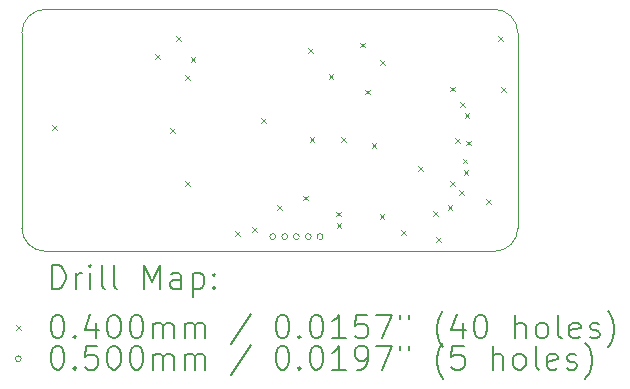
<source format=gbr>
%TF.GenerationSoftware,KiCad,Pcbnew,7.0.6*%
%TF.CreationDate,2024-02-06T14:07:20+09:00*%
%TF.ProjectId,CO2_sensor,434f325f-7365-46e7-936f-722e6b696361,rev?*%
%TF.SameCoordinates,Original*%
%TF.FileFunction,Drillmap*%
%TF.FilePolarity,Positive*%
%FSLAX45Y45*%
G04 Gerber Fmt 4.5, Leading zero omitted, Abs format (unit mm)*
G04 Created by KiCad (PCBNEW 7.0.6) date 2024-02-06 14:07:20*
%MOMM*%
%LPD*%
G01*
G04 APERTURE LIST*
%ADD10C,0.100000*%
%ADD11C,0.200000*%
%ADD12C,0.040000*%
%ADD13C,0.050000*%
G04 APERTURE END LIST*
D10*
X16625000Y-11000000D02*
G75*
G03*
X16425000Y-11200000I0J-200000D01*
G01*
X20625000Y-11200000D02*
G75*
G03*
X20425000Y-11000000I-200000J0D01*
G01*
X20425000Y-13050000D02*
G75*
G03*
X20625000Y-12850000I0J200000D01*
G01*
X20625000Y-12850000D02*
X20625000Y-11200000D01*
X20425000Y-11000000D02*
X16625000Y-11000000D01*
X16425000Y-11200000D02*
X16425000Y-12850000D01*
X16625000Y-13050000D02*
X20425000Y-13050000D01*
X16425000Y-12850000D02*
G75*
G03*
X16625000Y-13050000I200000J0D01*
G01*
D11*
D12*
X16680000Y-11980000D02*
X16720000Y-12020000D01*
X16720000Y-11980000D02*
X16680000Y-12020000D01*
X17555000Y-11380000D02*
X17595000Y-11420000D01*
X17595000Y-11380000D02*
X17555000Y-11420000D01*
X17680000Y-12005000D02*
X17720000Y-12045000D01*
X17720000Y-12005000D02*
X17680000Y-12045000D01*
X17730000Y-11230000D02*
X17770000Y-11270000D01*
X17770000Y-11230000D02*
X17730000Y-11270000D01*
X17805000Y-11555000D02*
X17845000Y-11595000D01*
X17845000Y-11555000D02*
X17805000Y-11595000D01*
X17805000Y-12455000D02*
X17845000Y-12495000D01*
X17845000Y-12455000D02*
X17805000Y-12495000D01*
X17855000Y-11405000D02*
X17895000Y-11445000D01*
X17895000Y-11405000D02*
X17855000Y-11445000D01*
X18230000Y-12880000D02*
X18270000Y-12920000D01*
X18270000Y-12880000D02*
X18230000Y-12920000D01*
X18372510Y-12847450D02*
X18412510Y-12887450D01*
X18412510Y-12847450D02*
X18372510Y-12887450D01*
X18449392Y-11920050D02*
X18489392Y-11960050D01*
X18489392Y-11920050D02*
X18449392Y-11960050D01*
X18587620Y-12657344D02*
X18627620Y-12697344D01*
X18627620Y-12657344D02*
X18587620Y-12697344D01*
X18808375Y-12577457D02*
X18848375Y-12617457D01*
X18848375Y-12577457D02*
X18808375Y-12617457D01*
X18846250Y-11330235D02*
X18886250Y-11370235D01*
X18886250Y-11330235D02*
X18846250Y-11370235D01*
X18862175Y-12081918D02*
X18902175Y-12121918D01*
X18902175Y-12081918D02*
X18862175Y-12121918D01*
X19022345Y-11549978D02*
X19062345Y-11589978D01*
X19062345Y-11549978D02*
X19022345Y-11589978D01*
X19088422Y-12712613D02*
X19128422Y-12752613D01*
X19128422Y-12712613D02*
X19088422Y-12752613D01*
X19090041Y-12812550D02*
X19130041Y-12852550D01*
X19130041Y-12812550D02*
X19090041Y-12852550D01*
X19129950Y-12082651D02*
X19169950Y-12122651D01*
X19169950Y-12082651D02*
X19129950Y-12122651D01*
X19289704Y-11282550D02*
X19329704Y-11322550D01*
X19329704Y-11282550D02*
X19289704Y-11322550D01*
X19331230Y-11681230D02*
X19371230Y-11721230D01*
X19371230Y-11681230D02*
X19331230Y-11721230D01*
X19387450Y-12132454D02*
X19427450Y-12172454D01*
X19427450Y-12132454D02*
X19387450Y-12172454D01*
X19455000Y-12734864D02*
X19495000Y-12774864D01*
X19495000Y-12734864D02*
X19455000Y-12774864D01*
X19457400Y-11430000D02*
X19497400Y-11470000D01*
X19497400Y-11430000D02*
X19457400Y-11470000D01*
X19634608Y-12871043D02*
X19674608Y-12911043D01*
X19674608Y-12871043D02*
X19634608Y-12911043D01*
X19780000Y-12330000D02*
X19820000Y-12370000D01*
X19820000Y-12330000D02*
X19780000Y-12370000D01*
X19905000Y-12707450D02*
X19945000Y-12747450D01*
X19945000Y-12707450D02*
X19905000Y-12747450D01*
X19930000Y-12930000D02*
X19970000Y-12970000D01*
X19970000Y-12930000D02*
X19930000Y-12970000D01*
X20030000Y-12657550D02*
X20070000Y-12697550D01*
X20070000Y-12657550D02*
X20030000Y-12697550D01*
X20049320Y-12456331D02*
X20089320Y-12496331D01*
X20089320Y-12456331D02*
X20049320Y-12496331D01*
X20053770Y-11655000D02*
X20093770Y-11695000D01*
X20093770Y-11655000D02*
X20053770Y-11695000D01*
X20092518Y-12089749D02*
X20132518Y-12129749D01*
X20132518Y-12089749D02*
X20092518Y-12129749D01*
X20125300Y-12532240D02*
X20165300Y-12572240D01*
X20165300Y-12532240D02*
X20125300Y-12572240D01*
X20135450Y-11789108D02*
X20175450Y-11829108D01*
X20175450Y-11789108D02*
X20135450Y-11829108D01*
X20157941Y-12263925D02*
X20197941Y-12303925D01*
X20197941Y-12263925D02*
X20157941Y-12303925D01*
X20166009Y-12363549D02*
X20206009Y-12403549D01*
X20206009Y-12363549D02*
X20166009Y-12403549D01*
X20173101Y-11881695D02*
X20213101Y-11921695D01*
X20213101Y-11881695D02*
X20173101Y-11921695D01*
X20189726Y-12112999D02*
X20229726Y-12152999D01*
X20229726Y-12112999D02*
X20189726Y-12152999D01*
X20355000Y-12605000D02*
X20395000Y-12645000D01*
X20395000Y-12605000D02*
X20355000Y-12645000D01*
X20455000Y-11230000D02*
X20495000Y-11270000D01*
X20495000Y-11230000D02*
X20455000Y-11270000D01*
X20482550Y-11662561D02*
X20522550Y-11702561D01*
X20522550Y-11662561D02*
X20482550Y-11702561D01*
D13*
X18575000Y-12925000D02*
G75*
G03*
X18575000Y-12925000I-25000J0D01*
G01*
X18675000Y-12925000D02*
G75*
G03*
X18675000Y-12925000I-25000J0D01*
G01*
X18775000Y-12925000D02*
G75*
G03*
X18775000Y-12925000I-25000J0D01*
G01*
X18875000Y-12925000D02*
G75*
G03*
X18875000Y-12925000I-25000J0D01*
G01*
X18975000Y-12925000D02*
G75*
G03*
X18975000Y-12925000I-25000J0D01*
G01*
D11*
X16680777Y-13366484D02*
X16680777Y-13166484D01*
X16680777Y-13166484D02*
X16728396Y-13166484D01*
X16728396Y-13166484D02*
X16756967Y-13176008D01*
X16756967Y-13176008D02*
X16776015Y-13195055D01*
X16776015Y-13195055D02*
X16785539Y-13214103D01*
X16785539Y-13214103D02*
X16795063Y-13252198D01*
X16795063Y-13252198D02*
X16795063Y-13280769D01*
X16795063Y-13280769D02*
X16785539Y-13318865D01*
X16785539Y-13318865D02*
X16776015Y-13337912D01*
X16776015Y-13337912D02*
X16756967Y-13356960D01*
X16756967Y-13356960D02*
X16728396Y-13366484D01*
X16728396Y-13366484D02*
X16680777Y-13366484D01*
X16880777Y-13366484D02*
X16880777Y-13233150D01*
X16880777Y-13271246D02*
X16890301Y-13252198D01*
X16890301Y-13252198D02*
X16899824Y-13242674D01*
X16899824Y-13242674D02*
X16918872Y-13233150D01*
X16918872Y-13233150D02*
X16937920Y-13233150D01*
X17004586Y-13366484D02*
X17004586Y-13233150D01*
X17004586Y-13166484D02*
X16995063Y-13176008D01*
X16995063Y-13176008D02*
X17004586Y-13185531D01*
X17004586Y-13185531D02*
X17014110Y-13176008D01*
X17014110Y-13176008D02*
X17004586Y-13166484D01*
X17004586Y-13166484D02*
X17004586Y-13185531D01*
X17128396Y-13366484D02*
X17109348Y-13356960D01*
X17109348Y-13356960D02*
X17099824Y-13337912D01*
X17099824Y-13337912D02*
X17099824Y-13166484D01*
X17233158Y-13366484D02*
X17214110Y-13356960D01*
X17214110Y-13356960D02*
X17204586Y-13337912D01*
X17204586Y-13337912D02*
X17204586Y-13166484D01*
X17461729Y-13366484D02*
X17461729Y-13166484D01*
X17461729Y-13166484D02*
X17528396Y-13309341D01*
X17528396Y-13309341D02*
X17595063Y-13166484D01*
X17595063Y-13166484D02*
X17595063Y-13366484D01*
X17776015Y-13366484D02*
X17776015Y-13261722D01*
X17776015Y-13261722D02*
X17766491Y-13242674D01*
X17766491Y-13242674D02*
X17747444Y-13233150D01*
X17747444Y-13233150D02*
X17709348Y-13233150D01*
X17709348Y-13233150D02*
X17690301Y-13242674D01*
X17776015Y-13356960D02*
X17756967Y-13366484D01*
X17756967Y-13366484D02*
X17709348Y-13366484D01*
X17709348Y-13366484D02*
X17690301Y-13356960D01*
X17690301Y-13356960D02*
X17680777Y-13337912D01*
X17680777Y-13337912D02*
X17680777Y-13318865D01*
X17680777Y-13318865D02*
X17690301Y-13299817D01*
X17690301Y-13299817D02*
X17709348Y-13290293D01*
X17709348Y-13290293D02*
X17756967Y-13290293D01*
X17756967Y-13290293D02*
X17776015Y-13280769D01*
X17871253Y-13233150D02*
X17871253Y-13433150D01*
X17871253Y-13242674D02*
X17890301Y-13233150D01*
X17890301Y-13233150D02*
X17928396Y-13233150D01*
X17928396Y-13233150D02*
X17947444Y-13242674D01*
X17947444Y-13242674D02*
X17956967Y-13252198D01*
X17956967Y-13252198D02*
X17966491Y-13271246D01*
X17966491Y-13271246D02*
X17966491Y-13328388D01*
X17966491Y-13328388D02*
X17956967Y-13347436D01*
X17956967Y-13347436D02*
X17947444Y-13356960D01*
X17947444Y-13356960D02*
X17928396Y-13366484D01*
X17928396Y-13366484D02*
X17890301Y-13366484D01*
X17890301Y-13366484D02*
X17871253Y-13356960D01*
X18052205Y-13347436D02*
X18061729Y-13356960D01*
X18061729Y-13356960D02*
X18052205Y-13366484D01*
X18052205Y-13366484D02*
X18042682Y-13356960D01*
X18042682Y-13356960D02*
X18052205Y-13347436D01*
X18052205Y-13347436D02*
X18052205Y-13366484D01*
X18052205Y-13242674D02*
X18061729Y-13252198D01*
X18061729Y-13252198D02*
X18052205Y-13261722D01*
X18052205Y-13261722D02*
X18042682Y-13252198D01*
X18042682Y-13252198D02*
X18052205Y-13242674D01*
X18052205Y-13242674D02*
X18052205Y-13261722D01*
D12*
X16380000Y-13675000D02*
X16420000Y-13715000D01*
X16420000Y-13675000D02*
X16380000Y-13715000D01*
D11*
X16718872Y-13586484D02*
X16737920Y-13586484D01*
X16737920Y-13586484D02*
X16756967Y-13596008D01*
X16756967Y-13596008D02*
X16766491Y-13605531D01*
X16766491Y-13605531D02*
X16776015Y-13624579D01*
X16776015Y-13624579D02*
X16785539Y-13662674D01*
X16785539Y-13662674D02*
X16785539Y-13710293D01*
X16785539Y-13710293D02*
X16776015Y-13748388D01*
X16776015Y-13748388D02*
X16766491Y-13767436D01*
X16766491Y-13767436D02*
X16756967Y-13776960D01*
X16756967Y-13776960D02*
X16737920Y-13786484D01*
X16737920Y-13786484D02*
X16718872Y-13786484D01*
X16718872Y-13786484D02*
X16699824Y-13776960D01*
X16699824Y-13776960D02*
X16690301Y-13767436D01*
X16690301Y-13767436D02*
X16680777Y-13748388D01*
X16680777Y-13748388D02*
X16671253Y-13710293D01*
X16671253Y-13710293D02*
X16671253Y-13662674D01*
X16671253Y-13662674D02*
X16680777Y-13624579D01*
X16680777Y-13624579D02*
X16690301Y-13605531D01*
X16690301Y-13605531D02*
X16699824Y-13596008D01*
X16699824Y-13596008D02*
X16718872Y-13586484D01*
X16871253Y-13767436D02*
X16880777Y-13776960D01*
X16880777Y-13776960D02*
X16871253Y-13786484D01*
X16871253Y-13786484D02*
X16861729Y-13776960D01*
X16861729Y-13776960D02*
X16871253Y-13767436D01*
X16871253Y-13767436D02*
X16871253Y-13786484D01*
X17052205Y-13653150D02*
X17052205Y-13786484D01*
X17004586Y-13576960D02*
X16956967Y-13719817D01*
X16956967Y-13719817D02*
X17080777Y-13719817D01*
X17195063Y-13586484D02*
X17214110Y-13586484D01*
X17214110Y-13586484D02*
X17233158Y-13596008D01*
X17233158Y-13596008D02*
X17242682Y-13605531D01*
X17242682Y-13605531D02*
X17252205Y-13624579D01*
X17252205Y-13624579D02*
X17261729Y-13662674D01*
X17261729Y-13662674D02*
X17261729Y-13710293D01*
X17261729Y-13710293D02*
X17252205Y-13748388D01*
X17252205Y-13748388D02*
X17242682Y-13767436D01*
X17242682Y-13767436D02*
X17233158Y-13776960D01*
X17233158Y-13776960D02*
X17214110Y-13786484D01*
X17214110Y-13786484D02*
X17195063Y-13786484D01*
X17195063Y-13786484D02*
X17176015Y-13776960D01*
X17176015Y-13776960D02*
X17166491Y-13767436D01*
X17166491Y-13767436D02*
X17156967Y-13748388D01*
X17156967Y-13748388D02*
X17147444Y-13710293D01*
X17147444Y-13710293D02*
X17147444Y-13662674D01*
X17147444Y-13662674D02*
X17156967Y-13624579D01*
X17156967Y-13624579D02*
X17166491Y-13605531D01*
X17166491Y-13605531D02*
X17176015Y-13596008D01*
X17176015Y-13596008D02*
X17195063Y-13586484D01*
X17385539Y-13586484D02*
X17404586Y-13586484D01*
X17404586Y-13586484D02*
X17423634Y-13596008D01*
X17423634Y-13596008D02*
X17433158Y-13605531D01*
X17433158Y-13605531D02*
X17442682Y-13624579D01*
X17442682Y-13624579D02*
X17452205Y-13662674D01*
X17452205Y-13662674D02*
X17452205Y-13710293D01*
X17452205Y-13710293D02*
X17442682Y-13748388D01*
X17442682Y-13748388D02*
X17433158Y-13767436D01*
X17433158Y-13767436D02*
X17423634Y-13776960D01*
X17423634Y-13776960D02*
X17404586Y-13786484D01*
X17404586Y-13786484D02*
X17385539Y-13786484D01*
X17385539Y-13786484D02*
X17366491Y-13776960D01*
X17366491Y-13776960D02*
X17356967Y-13767436D01*
X17356967Y-13767436D02*
X17347444Y-13748388D01*
X17347444Y-13748388D02*
X17337920Y-13710293D01*
X17337920Y-13710293D02*
X17337920Y-13662674D01*
X17337920Y-13662674D02*
X17347444Y-13624579D01*
X17347444Y-13624579D02*
X17356967Y-13605531D01*
X17356967Y-13605531D02*
X17366491Y-13596008D01*
X17366491Y-13596008D02*
X17385539Y-13586484D01*
X17537920Y-13786484D02*
X17537920Y-13653150D01*
X17537920Y-13672198D02*
X17547444Y-13662674D01*
X17547444Y-13662674D02*
X17566491Y-13653150D01*
X17566491Y-13653150D02*
X17595063Y-13653150D01*
X17595063Y-13653150D02*
X17614110Y-13662674D01*
X17614110Y-13662674D02*
X17623634Y-13681722D01*
X17623634Y-13681722D02*
X17623634Y-13786484D01*
X17623634Y-13681722D02*
X17633158Y-13662674D01*
X17633158Y-13662674D02*
X17652205Y-13653150D01*
X17652205Y-13653150D02*
X17680777Y-13653150D01*
X17680777Y-13653150D02*
X17699825Y-13662674D01*
X17699825Y-13662674D02*
X17709348Y-13681722D01*
X17709348Y-13681722D02*
X17709348Y-13786484D01*
X17804586Y-13786484D02*
X17804586Y-13653150D01*
X17804586Y-13672198D02*
X17814110Y-13662674D01*
X17814110Y-13662674D02*
X17833158Y-13653150D01*
X17833158Y-13653150D02*
X17861729Y-13653150D01*
X17861729Y-13653150D02*
X17880777Y-13662674D01*
X17880777Y-13662674D02*
X17890301Y-13681722D01*
X17890301Y-13681722D02*
X17890301Y-13786484D01*
X17890301Y-13681722D02*
X17899825Y-13662674D01*
X17899825Y-13662674D02*
X17918872Y-13653150D01*
X17918872Y-13653150D02*
X17947444Y-13653150D01*
X17947444Y-13653150D02*
X17966491Y-13662674D01*
X17966491Y-13662674D02*
X17976015Y-13681722D01*
X17976015Y-13681722D02*
X17976015Y-13786484D01*
X18366491Y-13576960D02*
X18195063Y-13834103D01*
X18623634Y-13586484D02*
X18642682Y-13586484D01*
X18642682Y-13586484D02*
X18661729Y-13596008D01*
X18661729Y-13596008D02*
X18671253Y-13605531D01*
X18671253Y-13605531D02*
X18680777Y-13624579D01*
X18680777Y-13624579D02*
X18690301Y-13662674D01*
X18690301Y-13662674D02*
X18690301Y-13710293D01*
X18690301Y-13710293D02*
X18680777Y-13748388D01*
X18680777Y-13748388D02*
X18671253Y-13767436D01*
X18671253Y-13767436D02*
X18661729Y-13776960D01*
X18661729Y-13776960D02*
X18642682Y-13786484D01*
X18642682Y-13786484D02*
X18623634Y-13786484D01*
X18623634Y-13786484D02*
X18604587Y-13776960D01*
X18604587Y-13776960D02*
X18595063Y-13767436D01*
X18595063Y-13767436D02*
X18585539Y-13748388D01*
X18585539Y-13748388D02*
X18576015Y-13710293D01*
X18576015Y-13710293D02*
X18576015Y-13662674D01*
X18576015Y-13662674D02*
X18585539Y-13624579D01*
X18585539Y-13624579D02*
X18595063Y-13605531D01*
X18595063Y-13605531D02*
X18604587Y-13596008D01*
X18604587Y-13596008D02*
X18623634Y-13586484D01*
X18776015Y-13767436D02*
X18785539Y-13776960D01*
X18785539Y-13776960D02*
X18776015Y-13786484D01*
X18776015Y-13786484D02*
X18766491Y-13776960D01*
X18766491Y-13776960D02*
X18776015Y-13767436D01*
X18776015Y-13767436D02*
X18776015Y-13786484D01*
X18909348Y-13586484D02*
X18928396Y-13586484D01*
X18928396Y-13586484D02*
X18947444Y-13596008D01*
X18947444Y-13596008D02*
X18956968Y-13605531D01*
X18956968Y-13605531D02*
X18966491Y-13624579D01*
X18966491Y-13624579D02*
X18976015Y-13662674D01*
X18976015Y-13662674D02*
X18976015Y-13710293D01*
X18976015Y-13710293D02*
X18966491Y-13748388D01*
X18966491Y-13748388D02*
X18956968Y-13767436D01*
X18956968Y-13767436D02*
X18947444Y-13776960D01*
X18947444Y-13776960D02*
X18928396Y-13786484D01*
X18928396Y-13786484D02*
X18909348Y-13786484D01*
X18909348Y-13786484D02*
X18890301Y-13776960D01*
X18890301Y-13776960D02*
X18880777Y-13767436D01*
X18880777Y-13767436D02*
X18871253Y-13748388D01*
X18871253Y-13748388D02*
X18861729Y-13710293D01*
X18861729Y-13710293D02*
X18861729Y-13662674D01*
X18861729Y-13662674D02*
X18871253Y-13624579D01*
X18871253Y-13624579D02*
X18880777Y-13605531D01*
X18880777Y-13605531D02*
X18890301Y-13596008D01*
X18890301Y-13596008D02*
X18909348Y-13586484D01*
X19166491Y-13786484D02*
X19052206Y-13786484D01*
X19109348Y-13786484D02*
X19109348Y-13586484D01*
X19109348Y-13586484D02*
X19090301Y-13615055D01*
X19090301Y-13615055D02*
X19071253Y-13634103D01*
X19071253Y-13634103D02*
X19052206Y-13643627D01*
X19347444Y-13586484D02*
X19252206Y-13586484D01*
X19252206Y-13586484D02*
X19242682Y-13681722D01*
X19242682Y-13681722D02*
X19252206Y-13672198D01*
X19252206Y-13672198D02*
X19271253Y-13662674D01*
X19271253Y-13662674D02*
X19318872Y-13662674D01*
X19318872Y-13662674D02*
X19337920Y-13672198D01*
X19337920Y-13672198D02*
X19347444Y-13681722D01*
X19347444Y-13681722D02*
X19356968Y-13700769D01*
X19356968Y-13700769D02*
X19356968Y-13748388D01*
X19356968Y-13748388D02*
X19347444Y-13767436D01*
X19347444Y-13767436D02*
X19337920Y-13776960D01*
X19337920Y-13776960D02*
X19318872Y-13786484D01*
X19318872Y-13786484D02*
X19271253Y-13786484D01*
X19271253Y-13786484D02*
X19252206Y-13776960D01*
X19252206Y-13776960D02*
X19242682Y-13767436D01*
X19423634Y-13586484D02*
X19556968Y-13586484D01*
X19556968Y-13586484D02*
X19471253Y-13786484D01*
X19623634Y-13586484D02*
X19623634Y-13624579D01*
X19699825Y-13586484D02*
X19699825Y-13624579D01*
X19995063Y-13862674D02*
X19985539Y-13853150D01*
X19985539Y-13853150D02*
X19966491Y-13824579D01*
X19966491Y-13824579D02*
X19956968Y-13805531D01*
X19956968Y-13805531D02*
X19947444Y-13776960D01*
X19947444Y-13776960D02*
X19937920Y-13729341D01*
X19937920Y-13729341D02*
X19937920Y-13691246D01*
X19937920Y-13691246D02*
X19947444Y-13643627D01*
X19947444Y-13643627D02*
X19956968Y-13615055D01*
X19956968Y-13615055D02*
X19966491Y-13596008D01*
X19966491Y-13596008D02*
X19985539Y-13567436D01*
X19985539Y-13567436D02*
X19995063Y-13557912D01*
X20156968Y-13653150D02*
X20156968Y-13786484D01*
X20109349Y-13576960D02*
X20061730Y-13719817D01*
X20061730Y-13719817D02*
X20185539Y-13719817D01*
X20299825Y-13586484D02*
X20318872Y-13586484D01*
X20318872Y-13586484D02*
X20337920Y-13596008D01*
X20337920Y-13596008D02*
X20347444Y-13605531D01*
X20347444Y-13605531D02*
X20356968Y-13624579D01*
X20356968Y-13624579D02*
X20366491Y-13662674D01*
X20366491Y-13662674D02*
X20366491Y-13710293D01*
X20366491Y-13710293D02*
X20356968Y-13748388D01*
X20356968Y-13748388D02*
X20347444Y-13767436D01*
X20347444Y-13767436D02*
X20337920Y-13776960D01*
X20337920Y-13776960D02*
X20318872Y-13786484D01*
X20318872Y-13786484D02*
X20299825Y-13786484D01*
X20299825Y-13786484D02*
X20280777Y-13776960D01*
X20280777Y-13776960D02*
X20271253Y-13767436D01*
X20271253Y-13767436D02*
X20261730Y-13748388D01*
X20261730Y-13748388D02*
X20252206Y-13710293D01*
X20252206Y-13710293D02*
X20252206Y-13662674D01*
X20252206Y-13662674D02*
X20261730Y-13624579D01*
X20261730Y-13624579D02*
X20271253Y-13605531D01*
X20271253Y-13605531D02*
X20280777Y-13596008D01*
X20280777Y-13596008D02*
X20299825Y-13586484D01*
X20604587Y-13786484D02*
X20604587Y-13586484D01*
X20690301Y-13786484D02*
X20690301Y-13681722D01*
X20690301Y-13681722D02*
X20680777Y-13662674D01*
X20680777Y-13662674D02*
X20661730Y-13653150D01*
X20661730Y-13653150D02*
X20633158Y-13653150D01*
X20633158Y-13653150D02*
X20614111Y-13662674D01*
X20614111Y-13662674D02*
X20604587Y-13672198D01*
X20814111Y-13786484D02*
X20795063Y-13776960D01*
X20795063Y-13776960D02*
X20785539Y-13767436D01*
X20785539Y-13767436D02*
X20776015Y-13748388D01*
X20776015Y-13748388D02*
X20776015Y-13691246D01*
X20776015Y-13691246D02*
X20785539Y-13672198D01*
X20785539Y-13672198D02*
X20795063Y-13662674D01*
X20795063Y-13662674D02*
X20814111Y-13653150D01*
X20814111Y-13653150D02*
X20842682Y-13653150D01*
X20842682Y-13653150D02*
X20861730Y-13662674D01*
X20861730Y-13662674D02*
X20871253Y-13672198D01*
X20871253Y-13672198D02*
X20880777Y-13691246D01*
X20880777Y-13691246D02*
X20880777Y-13748388D01*
X20880777Y-13748388D02*
X20871253Y-13767436D01*
X20871253Y-13767436D02*
X20861730Y-13776960D01*
X20861730Y-13776960D02*
X20842682Y-13786484D01*
X20842682Y-13786484D02*
X20814111Y-13786484D01*
X20995063Y-13786484D02*
X20976015Y-13776960D01*
X20976015Y-13776960D02*
X20966492Y-13757912D01*
X20966492Y-13757912D02*
X20966492Y-13586484D01*
X21147444Y-13776960D02*
X21128396Y-13786484D01*
X21128396Y-13786484D02*
X21090301Y-13786484D01*
X21090301Y-13786484D02*
X21071253Y-13776960D01*
X21071253Y-13776960D02*
X21061730Y-13757912D01*
X21061730Y-13757912D02*
X21061730Y-13681722D01*
X21061730Y-13681722D02*
X21071253Y-13662674D01*
X21071253Y-13662674D02*
X21090301Y-13653150D01*
X21090301Y-13653150D02*
X21128396Y-13653150D01*
X21128396Y-13653150D02*
X21147444Y-13662674D01*
X21147444Y-13662674D02*
X21156968Y-13681722D01*
X21156968Y-13681722D02*
X21156968Y-13700769D01*
X21156968Y-13700769D02*
X21061730Y-13719817D01*
X21233158Y-13776960D02*
X21252206Y-13786484D01*
X21252206Y-13786484D02*
X21290301Y-13786484D01*
X21290301Y-13786484D02*
X21309349Y-13776960D01*
X21309349Y-13776960D02*
X21318873Y-13757912D01*
X21318873Y-13757912D02*
X21318873Y-13748388D01*
X21318873Y-13748388D02*
X21309349Y-13729341D01*
X21309349Y-13729341D02*
X21290301Y-13719817D01*
X21290301Y-13719817D02*
X21261730Y-13719817D01*
X21261730Y-13719817D02*
X21242682Y-13710293D01*
X21242682Y-13710293D02*
X21233158Y-13691246D01*
X21233158Y-13691246D02*
X21233158Y-13681722D01*
X21233158Y-13681722D02*
X21242682Y-13662674D01*
X21242682Y-13662674D02*
X21261730Y-13653150D01*
X21261730Y-13653150D02*
X21290301Y-13653150D01*
X21290301Y-13653150D02*
X21309349Y-13662674D01*
X21385539Y-13862674D02*
X21395063Y-13853150D01*
X21395063Y-13853150D02*
X21414111Y-13824579D01*
X21414111Y-13824579D02*
X21423634Y-13805531D01*
X21423634Y-13805531D02*
X21433158Y-13776960D01*
X21433158Y-13776960D02*
X21442682Y-13729341D01*
X21442682Y-13729341D02*
X21442682Y-13691246D01*
X21442682Y-13691246D02*
X21433158Y-13643627D01*
X21433158Y-13643627D02*
X21423634Y-13615055D01*
X21423634Y-13615055D02*
X21414111Y-13596008D01*
X21414111Y-13596008D02*
X21395063Y-13567436D01*
X21395063Y-13567436D02*
X21385539Y-13557912D01*
D13*
X16420000Y-13959000D02*
G75*
G03*
X16420000Y-13959000I-25000J0D01*
G01*
D11*
X16718872Y-13850484D02*
X16737920Y-13850484D01*
X16737920Y-13850484D02*
X16756967Y-13860008D01*
X16756967Y-13860008D02*
X16766491Y-13869531D01*
X16766491Y-13869531D02*
X16776015Y-13888579D01*
X16776015Y-13888579D02*
X16785539Y-13926674D01*
X16785539Y-13926674D02*
X16785539Y-13974293D01*
X16785539Y-13974293D02*
X16776015Y-14012388D01*
X16776015Y-14012388D02*
X16766491Y-14031436D01*
X16766491Y-14031436D02*
X16756967Y-14040960D01*
X16756967Y-14040960D02*
X16737920Y-14050484D01*
X16737920Y-14050484D02*
X16718872Y-14050484D01*
X16718872Y-14050484D02*
X16699824Y-14040960D01*
X16699824Y-14040960D02*
X16690301Y-14031436D01*
X16690301Y-14031436D02*
X16680777Y-14012388D01*
X16680777Y-14012388D02*
X16671253Y-13974293D01*
X16671253Y-13974293D02*
X16671253Y-13926674D01*
X16671253Y-13926674D02*
X16680777Y-13888579D01*
X16680777Y-13888579D02*
X16690301Y-13869531D01*
X16690301Y-13869531D02*
X16699824Y-13860008D01*
X16699824Y-13860008D02*
X16718872Y-13850484D01*
X16871253Y-14031436D02*
X16880777Y-14040960D01*
X16880777Y-14040960D02*
X16871253Y-14050484D01*
X16871253Y-14050484D02*
X16861729Y-14040960D01*
X16861729Y-14040960D02*
X16871253Y-14031436D01*
X16871253Y-14031436D02*
X16871253Y-14050484D01*
X17061729Y-13850484D02*
X16966491Y-13850484D01*
X16966491Y-13850484D02*
X16956967Y-13945722D01*
X16956967Y-13945722D02*
X16966491Y-13936198D01*
X16966491Y-13936198D02*
X16985539Y-13926674D01*
X16985539Y-13926674D02*
X17033158Y-13926674D01*
X17033158Y-13926674D02*
X17052205Y-13936198D01*
X17052205Y-13936198D02*
X17061729Y-13945722D01*
X17061729Y-13945722D02*
X17071253Y-13964769D01*
X17071253Y-13964769D02*
X17071253Y-14012388D01*
X17071253Y-14012388D02*
X17061729Y-14031436D01*
X17061729Y-14031436D02*
X17052205Y-14040960D01*
X17052205Y-14040960D02*
X17033158Y-14050484D01*
X17033158Y-14050484D02*
X16985539Y-14050484D01*
X16985539Y-14050484D02*
X16966491Y-14040960D01*
X16966491Y-14040960D02*
X16956967Y-14031436D01*
X17195063Y-13850484D02*
X17214110Y-13850484D01*
X17214110Y-13850484D02*
X17233158Y-13860008D01*
X17233158Y-13860008D02*
X17242682Y-13869531D01*
X17242682Y-13869531D02*
X17252205Y-13888579D01*
X17252205Y-13888579D02*
X17261729Y-13926674D01*
X17261729Y-13926674D02*
X17261729Y-13974293D01*
X17261729Y-13974293D02*
X17252205Y-14012388D01*
X17252205Y-14012388D02*
X17242682Y-14031436D01*
X17242682Y-14031436D02*
X17233158Y-14040960D01*
X17233158Y-14040960D02*
X17214110Y-14050484D01*
X17214110Y-14050484D02*
X17195063Y-14050484D01*
X17195063Y-14050484D02*
X17176015Y-14040960D01*
X17176015Y-14040960D02*
X17166491Y-14031436D01*
X17166491Y-14031436D02*
X17156967Y-14012388D01*
X17156967Y-14012388D02*
X17147444Y-13974293D01*
X17147444Y-13974293D02*
X17147444Y-13926674D01*
X17147444Y-13926674D02*
X17156967Y-13888579D01*
X17156967Y-13888579D02*
X17166491Y-13869531D01*
X17166491Y-13869531D02*
X17176015Y-13860008D01*
X17176015Y-13860008D02*
X17195063Y-13850484D01*
X17385539Y-13850484D02*
X17404586Y-13850484D01*
X17404586Y-13850484D02*
X17423634Y-13860008D01*
X17423634Y-13860008D02*
X17433158Y-13869531D01*
X17433158Y-13869531D02*
X17442682Y-13888579D01*
X17442682Y-13888579D02*
X17452205Y-13926674D01*
X17452205Y-13926674D02*
X17452205Y-13974293D01*
X17452205Y-13974293D02*
X17442682Y-14012388D01*
X17442682Y-14012388D02*
X17433158Y-14031436D01*
X17433158Y-14031436D02*
X17423634Y-14040960D01*
X17423634Y-14040960D02*
X17404586Y-14050484D01*
X17404586Y-14050484D02*
X17385539Y-14050484D01*
X17385539Y-14050484D02*
X17366491Y-14040960D01*
X17366491Y-14040960D02*
X17356967Y-14031436D01*
X17356967Y-14031436D02*
X17347444Y-14012388D01*
X17347444Y-14012388D02*
X17337920Y-13974293D01*
X17337920Y-13974293D02*
X17337920Y-13926674D01*
X17337920Y-13926674D02*
X17347444Y-13888579D01*
X17347444Y-13888579D02*
X17356967Y-13869531D01*
X17356967Y-13869531D02*
X17366491Y-13860008D01*
X17366491Y-13860008D02*
X17385539Y-13850484D01*
X17537920Y-14050484D02*
X17537920Y-13917150D01*
X17537920Y-13936198D02*
X17547444Y-13926674D01*
X17547444Y-13926674D02*
X17566491Y-13917150D01*
X17566491Y-13917150D02*
X17595063Y-13917150D01*
X17595063Y-13917150D02*
X17614110Y-13926674D01*
X17614110Y-13926674D02*
X17623634Y-13945722D01*
X17623634Y-13945722D02*
X17623634Y-14050484D01*
X17623634Y-13945722D02*
X17633158Y-13926674D01*
X17633158Y-13926674D02*
X17652205Y-13917150D01*
X17652205Y-13917150D02*
X17680777Y-13917150D01*
X17680777Y-13917150D02*
X17699825Y-13926674D01*
X17699825Y-13926674D02*
X17709348Y-13945722D01*
X17709348Y-13945722D02*
X17709348Y-14050484D01*
X17804586Y-14050484D02*
X17804586Y-13917150D01*
X17804586Y-13936198D02*
X17814110Y-13926674D01*
X17814110Y-13926674D02*
X17833158Y-13917150D01*
X17833158Y-13917150D02*
X17861729Y-13917150D01*
X17861729Y-13917150D02*
X17880777Y-13926674D01*
X17880777Y-13926674D02*
X17890301Y-13945722D01*
X17890301Y-13945722D02*
X17890301Y-14050484D01*
X17890301Y-13945722D02*
X17899825Y-13926674D01*
X17899825Y-13926674D02*
X17918872Y-13917150D01*
X17918872Y-13917150D02*
X17947444Y-13917150D01*
X17947444Y-13917150D02*
X17966491Y-13926674D01*
X17966491Y-13926674D02*
X17976015Y-13945722D01*
X17976015Y-13945722D02*
X17976015Y-14050484D01*
X18366491Y-13840960D02*
X18195063Y-14098103D01*
X18623634Y-13850484D02*
X18642682Y-13850484D01*
X18642682Y-13850484D02*
X18661729Y-13860008D01*
X18661729Y-13860008D02*
X18671253Y-13869531D01*
X18671253Y-13869531D02*
X18680777Y-13888579D01*
X18680777Y-13888579D02*
X18690301Y-13926674D01*
X18690301Y-13926674D02*
X18690301Y-13974293D01*
X18690301Y-13974293D02*
X18680777Y-14012388D01*
X18680777Y-14012388D02*
X18671253Y-14031436D01*
X18671253Y-14031436D02*
X18661729Y-14040960D01*
X18661729Y-14040960D02*
X18642682Y-14050484D01*
X18642682Y-14050484D02*
X18623634Y-14050484D01*
X18623634Y-14050484D02*
X18604587Y-14040960D01*
X18604587Y-14040960D02*
X18595063Y-14031436D01*
X18595063Y-14031436D02*
X18585539Y-14012388D01*
X18585539Y-14012388D02*
X18576015Y-13974293D01*
X18576015Y-13974293D02*
X18576015Y-13926674D01*
X18576015Y-13926674D02*
X18585539Y-13888579D01*
X18585539Y-13888579D02*
X18595063Y-13869531D01*
X18595063Y-13869531D02*
X18604587Y-13860008D01*
X18604587Y-13860008D02*
X18623634Y-13850484D01*
X18776015Y-14031436D02*
X18785539Y-14040960D01*
X18785539Y-14040960D02*
X18776015Y-14050484D01*
X18776015Y-14050484D02*
X18766491Y-14040960D01*
X18766491Y-14040960D02*
X18776015Y-14031436D01*
X18776015Y-14031436D02*
X18776015Y-14050484D01*
X18909348Y-13850484D02*
X18928396Y-13850484D01*
X18928396Y-13850484D02*
X18947444Y-13860008D01*
X18947444Y-13860008D02*
X18956968Y-13869531D01*
X18956968Y-13869531D02*
X18966491Y-13888579D01*
X18966491Y-13888579D02*
X18976015Y-13926674D01*
X18976015Y-13926674D02*
X18976015Y-13974293D01*
X18976015Y-13974293D02*
X18966491Y-14012388D01*
X18966491Y-14012388D02*
X18956968Y-14031436D01*
X18956968Y-14031436D02*
X18947444Y-14040960D01*
X18947444Y-14040960D02*
X18928396Y-14050484D01*
X18928396Y-14050484D02*
X18909348Y-14050484D01*
X18909348Y-14050484D02*
X18890301Y-14040960D01*
X18890301Y-14040960D02*
X18880777Y-14031436D01*
X18880777Y-14031436D02*
X18871253Y-14012388D01*
X18871253Y-14012388D02*
X18861729Y-13974293D01*
X18861729Y-13974293D02*
X18861729Y-13926674D01*
X18861729Y-13926674D02*
X18871253Y-13888579D01*
X18871253Y-13888579D02*
X18880777Y-13869531D01*
X18880777Y-13869531D02*
X18890301Y-13860008D01*
X18890301Y-13860008D02*
X18909348Y-13850484D01*
X19166491Y-14050484D02*
X19052206Y-14050484D01*
X19109348Y-14050484D02*
X19109348Y-13850484D01*
X19109348Y-13850484D02*
X19090301Y-13879055D01*
X19090301Y-13879055D02*
X19071253Y-13898103D01*
X19071253Y-13898103D02*
X19052206Y-13907627D01*
X19261729Y-14050484D02*
X19299825Y-14050484D01*
X19299825Y-14050484D02*
X19318872Y-14040960D01*
X19318872Y-14040960D02*
X19328396Y-14031436D01*
X19328396Y-14031436D02*
X19347444Y-14002865D01*
X19347444Y-14002865D02*
X19356968Y-13964769D01*
X19356968Y-13964769D02*
X19356968Y-13888579D01*
X19356968Y-13888579D02*
X19347444Y-13869531D01*
X19347444Y-13869531D02*
X19337920Y-13860008D01*
X19337920Y-13860008D02*
X19318872Y-13850484D01*
X19318872Y-13850484D02*
X19280777Y-13850484D01*
X19280777Y-13850484D02*
X19261729Y-13860008D01*
X19261729Y-13860008D02*
X19252206Y-13869531D01*
X19252206Y-13869531D02*
X19242682Y-13888579D01*
X19242682Y-13888579D02*
X19242682Y-13936198D01*
X19242682Y-13936198D02*
X19252206Y-13955246D01*
X19252206Y-13955246D02*
X19261729Y-13964769D01*
X19261729Y-13964769D02*
X19280777Y-13974293D01*
X19280777Y-13974293D02*
X19318872Y-13974293D01*
X19318872Y-13974293D02*
X19337920Y-13964769D01*
X19337920Y-13964769D02*
X19347444Y-13955246D01*
X19347444Y-13955246D02*
X19356968Y-13936198D01*
X19423634Y-13850484D02*
X19556968Y-13850484D01*
X19556968Y-13850484D02*
X19471253Y-14050484D01*
X19623634Y-13850484D02*
X19623634Y-13888579D01*
X19699825Y-13850484D02*
X19699825Y-13888579D01*
X19995063Y-14126674D02*
X19985539Y-14117150D01*
X19985539Y-14117150D02*
X19966491Y-14088579D01*
X19966491Y-14088579D02*
X19956968Y-14069531D01*
X19956968Y-14069531D02*
X19947444Y-14040960D01*
X19947444Y-14040960D02*
X19937920Y-13993341D01*
X19937920Y-13993341D02*
X19937920Y-13955246D01*
X19937920Y-13955246D02*
X19947444Y-13907627D01*
X19947444Y-13907627D02*
X19956968Y-13879055D01*
X19956968Y-13879055D02*
X19966491Y-13860008D01*
X19966491Y-13860008D02*
X19985539Y-13831436D01*
X19985539Y-13831436D02*
X19995063Y-13821912D01*
X20166491Y-13850484D02*
X20071253Y-13850484D01*
X20071253Y-13850484D02*
X20061730Y-13945722D01*
X20061730Y-13945722D02*
X20071253Y-13936198D01*
X20071253Y-13936198D02*
X20090301Y-13926674D01*
X20090301Y-13926674D02*
X20137920Y-13926674D01*
X20137920Y-13926674D02*
X20156968Y-13936198D01*
X20156968Y-13936198D02*
X20166491Y-13945722D01*
X20166491Y-13945722D02*
X20176015Y-13964769D01*
X20176015Y-13964769D02*
X20176015Y-14012388D01*
X20176015Y-14012388D02*
X20166491Y-14031436D01*
X20166491Y-14031436D02*
X20156968Y-14040960D01*
X20156968Y-14040960D02*
X20137920Y-14050484D01*
X20137920Y-14050484D02*
X20090301Y-14050484D01*
X20090301Y-14050484D02*
X20071253Y-14040960D01*
X20071253Y-14040960D02*
X20061730Y-14031436D01*
X20414111Y-14050484D02*
X20414111Y-13850484D01*
X20499825Y-14050484D02*
X20499825Y-13945722D01*
X20499825Y-13945722D02*
X20490301Y-13926674D01*
X20490301Y-13926674D02*
X20471253Y-13917150D01*
X20471253Y-13917150D02*
X20442682Y-13917150D01*
X20442682Y-13917150D02*
X20423634Y-13926674D01*
X20423634Y-13926674D02*
X20414111Y-13936198D01*
X20623634Y-14050484D02*
X20604587Y-14040960D01*
X20604587Y-14040960D02*
X20595063Y-14031436D01*
X20595063Y-14031436D02*
X20585539Y-14012388D01*
X20585539Y-14012388D02*
X20585539Y-13955246D01*
X20585539Y-13955246D02*
X20595063Y-13936198D01*
X20595063Y-13936198D02*
X20604587Y-13926674D01*
X20604587Y-13926674D02*
X20623634Y-13917150D01*
X20623634Y-13917150D02*
X20652206Y-13917150D01*
X20652206Y-13917150D02*
X20671253Y-13926674D01*
X20671253Y-13926674D02*
X20680777Y-13936198D01*
X20680777Y-13936198D02*
X20690301Y-13955246D01*
X20690301Y-13955246D02*
X20690301Y-14012388D01*
X20690301Y-14012388D02*
X20680777Y-14031436D01*
X20680777Y-14031436D02*
X20671253Y-14040960D01*
X20671253Y-14040960D02*
X20652206Y-14050484D01*
X20652206Y-14050484D02*
X20623634Y-14050484D01*
X20804587Y-14050484D02*
X20785539Y-14040960D01*
X20785539Y-14040960D02*
X20776015Y-14021912D01*
X20776015Y-14021912D02*
X20776015Y-13850484D01*
X20956968Y-14040960D02*
X20937920Y-14050484D01*
X20937920Y-14050484D02*
X20899825Y-14050484D01*
X20899825Y-14050484D02*
X20880777Y-14040960D01*
X20880777Y-14040960D02*
X20871253Y-14021912D01*
X20871253Y-14021912D02*
X20871253Y-13945722D01*
X20871253Y-13945722D02*
X20880777Y-13926674D01*
X20880777Y-13926674D02*
X20899825Y-13917150D01*
X20899825Y-13917150D02*
X20937920Y-13917150D01*
X20937920Y-13917150D02*
X20956968Y-13926674D01*
X20956968Y-13926674D02*
X20966492Y-13945722D01*
X20966492Y-13945722D02*
X20966492Y-13964769D01*
X20966492Y-13964769D02*
X20871253Y-13983817D01*
X21042682Y-14040960D02*
X21061730Y-14050484D01*
X21061730Y-14050484D02*
X21099825Y-14050484D01*
X21099825Y-14050484D02*
X21118873Y-14040960D01*
X21118873Y-14040960D02*
X21128396Y-14021912D01*
X21128396Y-14021912D02*
X21128396Y-14012388D01*
X21128396Y-14012388D02*
X21118873Y-13993341D01*
X21118873Y-13993341D02*
X21099825Y-13983817D01*
X21099825Y-13983817D02*
X21071253Y-13983817D01*
X21071253Y-13983817D02*
X21052206Y-13974293D01*
X21052206Y-13974293D02*
X21042682Y-13955246D01*
X21042682Y-13955246D02*
X21042682Y-13945722D01*
X21042682Y-13945722D02*
X21052206Y-13926674D01*
X21052206Y-13926674D02*
X21071253Y-13917150D01*
X21071253Y-13917150D02*
X21099825Y-13917150D01*
X21099825Y-13917150D02*
X21118873Y-13926674D01*
X21195063Y-14126674D02*
X21204587Y-14117150D01*
X21204587Y-14117150D02*
X21223634Y-14088579D01*
X21223634Y-14088579D02*
X21233158Y-14069531D01*
X21233158Y-14069531D02*
X21242682Y-14040960D01*
X21242682Y-14040960D02*
X21252206Y-13993341D01*
X21252206Y-13993341D02*
X21252206Y-13955246D01*
X21252206Y-13955246D02*
X21242682Y-13907627D01*
X21242682Y-13907627D02*
X21233158Y-13879055D01*
X21233158Y-13879055D02*
X21223634Y-13860008D01*
X21223634Y-13860008D02*
X21204587Y-13831436D01*
X21204587Y-13831436D02*
X21195063Y-13821912D01*
M02*

</source>
